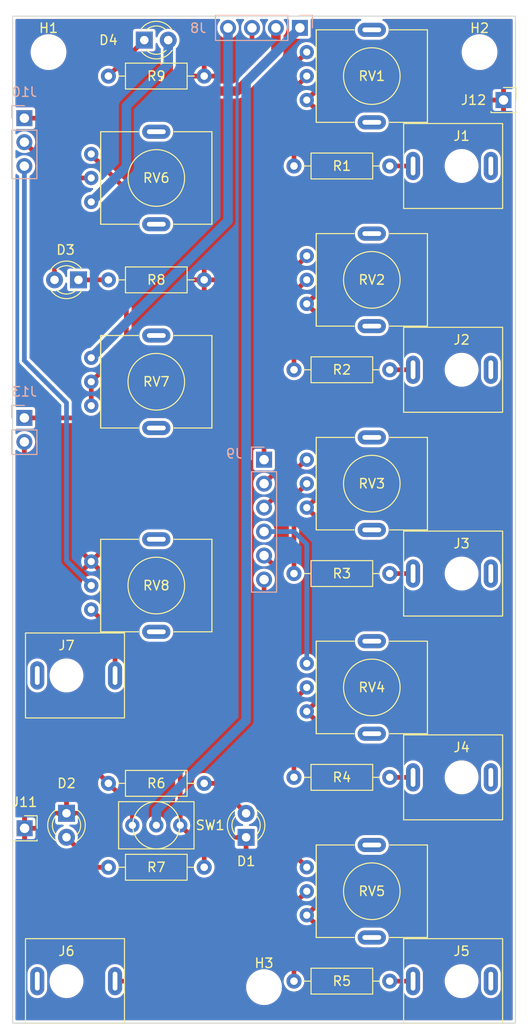
<source format=kicad_pcb>
(kicad_pcb (version 20211014) (generator pcbnew)
  (layers (0 "F.Cu" signal) (31 "B.Cu" signal) (34 "B.Paste" user) (35 "F.Paste" user) (36 "B.SilkS" user "B.Silkscreen") (37 "F.SilkS" user "F.Silkscreen") (38 "B.Mask" user) (39 "F.Mask" user) (44 "Edge.Cuts" user))
  (net 0 "")
  (net 1 "+12V")
  (net 2 "GNDD")
  (net 3 "-12V")
  (net 5 "Net-(J1-Pad2)")
  (net 7 "Net-(J2-Pad2)")
  (net 8 "Net-(J3-Pad2)")
  (net 9 "Net-(J4-Pad2)")
  (net 12 "LFO_mod")
  (net 13 "Manual_mod")
  (net 14 "Net-(R1-Pad1)")
  (net 15 "Net-(R2-Pad1)")
  (net 16 "LFO")
  (net 17 "Net-(R4-Pad1)")
  (net 18 "VCO")
  (net 19 "+5V")
  (net 20 "Pulse")
  (net 21 "Ramp")
  (net 22 "Triangle")
  (net 23 "Square")
  (net 24 "Sine")
  (net 25 "Saw")
  (net 28 "Net-(J5-Pad2)")
  (net 29 "Net-(R5-Pad1)")
  (net 30 "Net-(RV6-Pad3)")
  (net 31 "Net-(J7-Pad2)")
  (net 32 "Net-(D3-Pad1)")
  (net 33 "Clipping")
  (net 34 "Net-(D1-Pad2)")
  (net 35 "Net-(D2-Pad2)")
  (net 36 "Net-(R3-Pad1)")
  (net 38 "Net-(D4-Pad1)")
  (footprint "Custom Footprints:PJ_301M_noGND" (layer "F.Cu") (at 47.625 59.055 90)
    (fp_text reference "J3" (at 3.175 0 180) (layer "F.SilkS"))
    (fp_text value "Out 3")
    (fp_rect (start -4.5 -6.15) (end 4.5 4.35) (layer "F.SilkS") (width 0.12) (fill none))
    (pad "" np_thru_hole circle locked (at 0 0 180) (size 3 3) (drill 3) (layers *.Cu *.Mask))
    (pad "2" thru_hole oval locked (at 0 -5.15 180) (size 1.5 3) (drill oval 0.5 2) (layers *.Cu *.Mask) (net 8 "Net-(J3-Pad2)"))
    (pad "3" thru_hole oval locked (at 0 3.1 180) (size 1.5 3) (drill oval 0.5 2) (layers *.Cu *.Mask))
  )
  (footprint "Custom Footprints:PJ_301M_noGND" (layer "F.Cu") (at 5.715 69.85 -90)
    (fp_text reference "J7" (at -3.175 0 180) (layer "F.SilkS"))
    (fp_text value "Freq LFO")
    (fp_rect (start -4.5 -6.15) (end 4.5 4.35) (layer "F.SilkS") (width 0.12) (fill none))
    (pad "" np_thru_hole circle locked (at 0 0) (size 3 3) (drill 3) (layers *.Cu *.Mask))
    (pad "2" thru_hole oval locked (at 0 -5.15) (size 1.5 3) (drill oval 0.5 2) (layers *.Cu *.Mask) (net 31 "Net-(J7-Pad2)"))
    (pad "3" thru_hole oval locked (at 0 3.1) (size 1.5 3) (drill oval 0.5 2) (layers *.Cu *.Mask))
  )
  (footprint "LED_THT:LED_D3.0mm_FlatTop" (layer "F.Cu") (at 24.765 87 90)
    (fp_text reference "D1" (at -2.535 0 180) (layer "F.SilkS"))
    (fp_text value "LFO mode")
    (fp_line (start -0.29 -1.236) (end -0.29 -1.08) (layer "F.SilkS") (width 0.12))
    (fp_line (start -0.29 1.08) (end -0.29 1.236) (layer "F.SilkS") (width 0.12))
    (fp_arc (start -0.29 -1.235516) (mid 1.366487 -1.987659) (end 2.942335 -1.078608) (layer "F.SilkS") (width 0.12))
    (fp_arc (start 2.942335 1.078608) (mid 1.366487 1.987659) (end -0.29 1.235516) (layer "F.SilkS") (width 0.12))
    (fp_arc (start 2.31113 1.079837) (mid 1.270117 1.5) (end 0.229039 1.08) (layer "F.SilkS") (width 0.12))
    (fp_arc (start 0.229039 -1.08) (mid 1.270117 -1.5) (end 2.31113 -1.079837) (layer "F.SilkS") (width 0.12))
    (pad "1" thru_hole rect locked (at 0 0 90) (size 1.8 1.8) (drill 0.9) (layers *.Cu *.Mask) (net 2 "GNDD"))
    (pad "2" thru_hole circle locked (at 2.54 0 90) (size 1.8 1.8) (drill 0.9) (layers *.Cu *.Mask) (net 34 "Net-(D1-Pad2)"))
  )
  (footprint "Custom Footprints:PJ_301M_noGND" (layer "F.Cu") (at 47.625 80.645 90)
    (fp_text reference "J4" (at 3.175 0 180) (layer "F.SilkS"))
    (fp_text value "Out 4")
    (fp_rect (start -4.5 -6.15) (end 4.5 4.35) (layer "F.SilkS") (width 0.12) (fill none))
    (pad "" np_thru_hole circle locked (at 0 0 180) (size 3 3) (drill 3) (layers *.Cu *.Mask))
    (pad "2" thru_hole oval locked (at 0 -5.15 180) (size 1.5 3) (drill oval 0.5 2) (layers *.Cu *.Mask) (net 9 "Net-(J4-Pad2)"))
    (pad "3" thru_hole oval locked (at 0 3.1 180) (size 1.5 3) (drill oval 0.5 2) (layers *.Cu *.Mask))
  )
  (footprint "Resistor_THT:R_Axial_DIN0207_L6.3mm_D2.5mm_P10.16mm_Horizontal" (layer "F.Cu") (at 29.845 15.875)
    (fp_text reference "R1" (at 5.08 0) (layer "F.SilkS"))
    (fp_text value "1k")
    (fp_line (start 9.12 0) (end 8.35 0) (layer "F.SilkS") (width 0.12))
    (fp_line (start 8.35 -1.37) (end 1.81 -1.37) (layer "F.SilkS") (width 0.12))
    (fp_line (start 1.81 1.37) (end 8.35 1.37) (layer "F.SilkS") (width 0.12))
    (fp_line (start 1.04 0) (end 1.81 0) (layer "F.SilkS") (width 0.12))
    (fp_line (start 1.81 -1.37) (end 1.81 1.37) (layer "F.SilkS") (width 0.12))
    (fp_line (start 8.35 1.37) (end 8.35 -1.37) (layer "F.SilkS") (width 0.12))
    (pad "1" thru_hole circle locked (at 0 0) (size 1.6 1.6) (drill 0.8) (layers *.Cu *.Mask) (net 14 "Net-(R1-Pad1)"))
    (pad "2" thru_hole oval locked (at 10.16 0) (size 1.6 1.6) (drill 0.8) (layers *.Cu *.Mask) (net 5 "Net-(J1-Pad2)"))
  )
  (footprint "Resistor_THT:R_Axial_DIN0207_L6.3mm_D2.5mm_P10.16mm_Horizontal" (layer "F.Cu") (at 29.845 102.235)
    (fp_text reference "R5" (at 5.08 0) (layer "F.SilkS"))
    (fp_text value "1k")
    (fp_line (start 8.35 1.37) (end 8.35 -1.37) (layer "F.SilkS") (width 0.12))
    (fp_line (start 1.81 1.37) (end 8.35 1.37) (layer "F.SilkS") (width 0.12))
    (fp_line (start 9.12 0) (end 8.35 0) (layer "F.SilkS") (width 0.12))
    (fp_line (start 1.04 0) (end 1.81 0) (layer "F.SilkS") (width 0.12))
    (fp_line (start 1.81 -1.37) (end 1.81 1.37) (layer "F.SilkS") (width 0.12))
    (fp_line (start 8.35 -1.37) (end 1.81 -1.37) (layer "F.SilkS") (width 0.12))
    (pad "1" thru_hole circle locked (at 0 0) (size 1.6 1.6) (drill 0.8) (layers *.Cu *.Mask) (net 29 "Net-(R5-Pad1)"))
    (pad "2" thru_hole oval locked (at 10.16 0) (size 1.6 1.6) (drill 0.8) (layers *.Cu *.Mask) (net 28 "Net-(J5-Pad2)"))
  )
  (footprint "Resistor_THT:R_Axial_DIN0207_L6.3mm_D2.5mm_P10.16mm_Horizontal" (layer "F.Cu") (at 20.32 90.17 180)
    (fp_text reference "R7" (at 5.08 0) (layer "F.SilkS"))
    (fp_text value "220R")
    (fp_line (start 8.35 -1.37) (end 1.81 -1.37) (layer "F.SilkS") (width 0.12))
    (fp_line (start 1.81 1.37) (end 8.35 1.37) (layer "F.SilkS") (width 0.12))
    (fp_line (start 1.81 -1.37) (end 1.81 1.37) (layer "F.SilkS") (width 0.12))
    (fp_line (start 9.12 0) (end 8.35 0) (layer "F.SilkS") (width 0.12))
    (fp_line (start 1.04 0) (end 1.81 0) (layer "F.SilkS") (width 0.12))
    (fp_line (start 8.35 1.37) (end 8.35 -1.37) (layer "F.SilkS") (width 0.12))
    (pad "1" thru_hole circle locked (at 0 0 180) (size 1.6 1.6) (drill 0.8) (layers *.Cu *.Mask) (net 18 "VCO"))
    (pad "2" thru_hole oval locked (at 10.16 0 180) (size 1.6 1.6) (drill 0.8) (layers *.Cu *.Mask) (net 35 "Net-(D2-Pad2)"))
  )
  (footprint "Custom Footprints:PJ_301M_noGND" (layer "F.Cu") (at 5.715 102.235 -90)
    (fp_text reference "J6" (at -3.175 0 180) (layer "F.SilkS"))
    (fp_text value "Pulse Out")
    (fp_rect (start -4.5 -6.15) (end 4.5 4.35) (layer "F.SilkS") (width 0.12) (fill none))
    (pad "" np_thru_hole circle locked (at 0 0) (size 3 3) (drill 3) (layers *.Cu *.Mask))
    (pad "2" thru_hole oval locked (at 0 -5.15) (size 1.5 3) (drill oval 0.5 2) (layers *.Cu *.Mask) (net 20 "Pulse"))
    (pad "3" thru_hole oval locked (at 0 3.1) (size 1.5 3) (drill oval 0.5 2) (layers *.Cu *.Mask))
  )
  (footprint "Resistor_THT:R_Axial_DIN0207_L6.3mm_D2.5mm_P10.16mm_Horizontal" (layer "F.Cu") (at 10.16 6.35)
    (fp_text reference "R9" (at 5.08 0) (layer "F.SilkS"))
    (fp_text value "560R")
    (fp_line (start 9.12 0) (end 8.35 0) (layer "F.SilkS") (width 0.12))
    (fp_line (start 1.04 0) (end 1.81 0) (layer "F.SilkS") (width 0.12))
    (fp_line (start 1.81 1.37) (end 8.35 1.37) (layer "F.SilkS") (width 0.12))
    (fp_line (start 8.35 -1.37) (end 1.81 -1.37) (layer "F.SilkS") (width 0.12))
    (fp_line (start 1.81 -1.37) (end 1.81 1.37) (layer "F.SilkS") (width 0.12))
    (fp_line (start 8.35 1.37) (end 8.35 -1.37) (layer "F.SilkS") (width 0.12))
    (pad "1" thru_hole circle locked (at 0 0) (size 1.6 1.6) (drill 0.8) (layers *.Cu *.Mask) (net 38 "Net-(D4-Pad1)"))
    (pad "2" thru_hole oval locked (at 10.16 0) (size 1.6 1.6) (drill 0.8) (layers *.Cu *.Mask) (net 2 "GNDD"))
  )
  (footprint "Resistor_THT:R_Axial_DIN0207_L6.3mm_D2.5mm_P10.16mm_Horizontal" (layer "F.Cu") (at 10.16 27.94)
    (fp_text reference "R8" (at 5.08 0) (layer "F.SilkS"))
    (fp_text value "560R")
    (fp_line (start 8.35 1.37) (end 8.35 -1.37) (layer "F.SilkS") (width 0.12))
    (fp_line (start 8.35 -1.37) (end 1.81 -1.37) (layer "F.SilkS") (width 0.12))
    (fp_line (start 1.04 0) (end 1.81 0) (layer "F.SilkS") (width 0.12))
    (fp_line (start 9.12 0) (end 8.35 0) (layer "F.SilkS") (width 0.12))
    (fp_line (start 1.81 -1.37) (end 1.81 1.37) (layer "F.SilkS") (width 0.12))
    (fp_line (start 1.81 1.37) (end 8.35 1.37) (layer "F.SilkS") (width 0.12))
    (pad "1" thru_hole circle locked (at 0 0) (size 1.6 1.6) (drill 0.8) (layers *.Cu *.Mask) (net 32 "Net-(D3-Pad1)"))
    (pad "2" thru_hole oval locked (at 10.16 0) (size 1.6 1.6) (drill 0.8) (layers *.Cu *.Mask) (net 2 "GNDD"))
  )
  (footprint "MountingHole:MountingHole_3.2mm_M3" (layer "F.Cu") (at 3.81 3.81)
    (fp_text reference "H1" (at 0 -2.54) (layer "F.SilkS"))
    (fp_text value "MountingHole")
    (pad "" np_thru_hole circle locked (at 0 0) (size 3.2 3.2) (drill 3.2) (layers *.Cu *.Mask))
  )
  (footprint "Custom Footprints:RV-90 Potentiometer" (layer "F.Cu") (at 38.1 27.94 90)
    (fp_text reference "RV2" (at 0 0 180) (layer "F.SilkS"))
    (fp_text value "Volume 2-1k")
    (fp_line (start 4.9 5.9) (end 4.9 1.9) (layer "F.SilkS") (width 0.12))
    (fp_line (start -4.9 -5.9) (end 4.9 -5.9) (layer "F.SilkS") (width 0.12))
    (fp_line (start -4.9 -5.9) (end -4.9 -1.9) (layer "F.SilkS") (width 0.12))
    (fp_line (start 4.9 -5.9) (end 4.9 -1.9) (layer "F.SilkS") (width 0.12))
    (fp_line (start -4.9 5.9) (end 4.9 5.9) (layer "F.SilkS") (width 0.12))
    (fp_line (start -4.9 -5.9) (end 4.9 -5.9) (layer "F.SilkS") (width 0.12))
    (fp_line (start -4.9 5.9) (end 4.9 5.9) (layer "F.SilkS") (width 0.12))
    (fp_line (start -4.9 5.9) (end -4.9 1.9) (layer "F.SilkS") (width 0.12))
    (fp_circle (center 0 0) (end 0 3) (layer "F.SilkS") (width 0.12) (fill none))
    (pad "1" thru_hole circle (at -2.54 -6.9 90) (size 1.524 1.524) (drill 0.762) (layers *.Cu *.Mask) (net 2 "GNDD"))
    (pad "2" thru_hole circle (at 0 -6.9 90) (size 1.524 1.524) (drill 0.762) (layers *.Cu *.Mask) (net 15 "Net-(R2-Pad1)"))
    (pad "3" thru_hole circle (at 2.54 -6.9 90) (size 1.524 1.524) (drill 0.762) (layers *.Cu *.Mask) (net 22 "Triangle"))
    (pad "4" thru_hole oval (at 4.9 0 270) (size 1.5 3) (drill oval 0.5 2) (layers *.Cu *.Mask))
    (pad "4" thru_hole oval (at -4.9 0 270) (size 1.5 3) (drill oval 0.5 2) (layers *.Cu *.Mask))
  )
  (footprint "Custom Footprints:RV-90 Potentiometer" (layer "F.Cu") (at 38.1 49.53 90)
    (fp_text reference "RV3" (at 0 0 180) (layer "F.SilkS"))
    (fp_text value "Volume 3-1k")
    (fp_line (start 4.9 5.9) (end 4.9 1.9) (layer "F.SilkS") (width 0.12))
    (fp_line (start -4.9 -5.9) (end -4.9 -1.9) (layer "F.SilkS") (width 0.12))
    (fp_line (start -4.9 -5.9) (end 4.9 -5.9) (layer "F.SilkS") (width 0.12))
    (fp_line (start -4.9 5.9) (end 4.9 5.9) (layer "F.SilkS") (width 0.12))
    (fp_line (start 4.9 -5.9) (end 4.9 -1.9) (layer "F.SilkS") (width 0.12))
    (fp_line (start -4.9 5.9) (end -4.9 1.9) (layer "F.SilkS") (width 0.12))
    (fp_line (start -4.9 -5.9) (end 4.9 -5.9) (layer "F.SilkS") (width 0.12))
    (fp_line (start -4.9 5.9) (end 4.9 5.9) (layer "F.SilkS") (width 0.12))
    (fp_circle (center 0 0) (end 0 3) (layer "F.SilkS") (width 0.12) (fill none))
    (pad "1" thru_hole circle (at -2.54 -6.9 90) (size 1.524 1.524) (drill 0.762) (layers *.Cu *.Mask) (net 2 "GNDD"))
    (pad "2" thru_hole circle (at 0 -6.9 90) (size 1.524 1.524) (drill 0.762) (layers *.Cu *.Mask) (net 36 "Net-(R3-Pad1)"))
    (pad "3" thru_hole circle (at 2.54 -6.9 90) (size 1.524 1.524) (drill 0.762) (layers *.Cu *.Mask) (net 23 "Square"))
    (pad "4" thru_hole oval (at 4.9 0 270) (size 1.5 3) (drill oval 0.5 2) (layers *.Cu *.Mask))
    (pad "4" thru_hole oval (at -4.9 0 270) (size 1.5 3) (drill oval 0.5 2) (layers *.Cu *.Mask))
  )
  (footprint "Connector_PinSocket_2.54mm:PinSocket_1x01_P2.54mm_Vertical" (layer "F.Cu") (at 52.07 8.89)
    (fp_text reference "J12" (at -3.175 0) (layer "F.SilkS"))
    (fp_text value "gnd")
    (fp_line (start 1.33 -1.33) (end 1.33 0) (layer "F.SilkS") (width 0.12))
    (fp_line (start -1.33 1.33) (end 1.33 1.33) (layer "F.SilkS") (width 0.12))
    (fp_line (start -1.33 1.21) (end -1.33 1.33) (layer "F.SilkS") (width 0.12))
    (fp_line (start 1.33 1.21) (end 1.33 1.33) (layer "F.SilkS") (width 0.12))
    (fp_line (start 0 -1.33) (end 1.33 -1.33) (layer "F.SilkS") (width 0.12))
    (pad "1" thru_hole rect locked (at 0 0) (size 1.7 1.7) (drill 1) (layers *.Cu *.Mask) (net 2 "GNDD"))
  )
  (footprint "Custom Footprints:SPDT Switch" (layer "F.Cu") (at 15.24 85.725 -90)
    (fp_text reference "SW1" (at 0 -5.715 unlocked) (layer "F.SilkS"))
    (fp_text value "Mode")
    (fp_rect (start 2.5 -4) (end -2.5 4) (layer "F.SilkS") (width 0.12) (fill none))
    (fp_circle (center 0 0) (end 2.5 0) (layer "F.SilkS") (width 0.12) (fill none))
    (pad "1" thru_hole circle locked (at 0 -2.54 270) (size 1.524 1.524) (drill 0.762) (layers *.Cu *.Mask) (net 18 "VCO"))
    (pad "2" thru_hole circle locked (at 0 0 270) (size 1.524 1.524) (drill 0.762) (layers *.Cu *.Mask) (net 19 "+5V"))
    (pad "3" thru_hole circle locked (at 0 2.54 270) (size 1.524 1.524) (drill 0.762) (layers *.Cu *.Mask) (net 16 "LFO"))
  )
  (footprint "Custom Footprints:PJ_301M_noGND" (layer "F.Cu") (at 47.625 37.465 90)
    (fp_text reference "J2" (at 3.175 0 180) (layer "F.SilkS"))
    (fp_text value "Out 2")
    (fp_rect (start -4.5 -6.15) (end 4.5 4.35) (layer "F.SilkS") (width 0.12) (fill none))
    (pad "" np_thru_hole circle locked (at 0 0 180) (size 3 3) (drill 3) (layers *.Cu *.Mask))
    (pad "2" thru_hole oval locked (at 0 -5.15 180) (size 1.5 3) (drill oval 0.5 2) (layers *.Cu *.Mask) (net 7 "Net-(J2-Pad2)"))
    (pad "3" thru_hole oval locked (at 0 3.1 180) (size 1.5 3) (drill oval 0.5 2) (layers *.Cu *.Mask))
  )
  (footprint "Custom Footprints:PJ_301M_noGND" (layer "F.Cu") (at 47.625 15.875 90)
    (fp_text reference "J1" (at 3.175 0 180) (layer "F.SilkS"))
    (fp_text value "Out 1")
    (fp_rect (start -4.5 -6.15) (end 4.5 4.35) (layer "F.SilkS") (width 0.12) (fill none))
    (pad "" np_thru_hole circle locked (at 0 0 180) (size 3 3) (drill 3) (layers *.Cu *.Mask))
    (pad "2" thru_hole oval locked (at 0 -5.15 180) (size 1.5 3) (drill oval 0.5 2) (layers *.Cu *.Mask) (net 5 "Net-(J1-Pad2)"))
    (pad "3" thru_hole oval locked (at 0 3.1 180) (size 1.5 3) (drill oval 0.5 2) (layers *.Cu *.Mask))
  )
  (footprint "Resistor_THT:R_Axial_DIN0207_L6.3mm_D2.5mm_P10.16mm_Horizontal" (layer "F.Cu") (at 29.845 37.465)
    (fp_text reference "R2" (at 5.08 0) (layer "F.SilkS"))
    (fp_text value "1k")
    (fp_line (start 1.81 -1.37) (end 1.81 1.37) (layer "F.SilkS") (width 0.12))
    (fp_line (start 9.12 0) (end 8.35 0) (layer "F.SilkS") (width 0.12))
    (fp_line (start 1.04 0) (end 1.81 0) (layer "F.SilkS") (width 0.12))
    (fp_line (start 1.81 1.37) (end 8.35 1.37) (layer "F.SilkS") (width 0.12))
    (fp_line (start 8.35 -1.37) (end 1.81 -1.37) (layer "F.SilkS") (width 0.12))
    (fp_line (start 8.35 1.37) (end 8.35 -1.37) (layer "F.SilkS") (width 0.12))
    (pad "1" thru_hole circle locked (at 0 0) (size 1.6 1.6) (drill 0.8) (layers *.Cu *.Mask) (net 15 "Net-(R2-Pad1)"))
    (pad "2" thru_hole oval locked (at 10.16 0) (size 1.6 1.6) (drill 0.8) (layers *.Cu *.Mask) (net 7 "Net-(J2-Pad2)"))
  )
  (footprint "Custom Footprints:RV-90 Potentiometer" (layer "F.Cu") (at 15.24 17.145 90)
    (fp_text reference "RV6" (at 0 0 180) (layer "F.SilkS"))
    (fp_text value "10k-Coarse")
    (fp_line (start -4.9 -5.9) (end 4.9 -5.9) (layer "F.SilkS") (width 0.12))
    (fp_line (start -4.9 -5.9) (end 4.9 -5.9) (layer "F.SilkS") (width 0.12))
    (fp_line (start -4.9 5.9) (end -4.9 1.9) (layer "F.SilkS") (width 0.12))
    (fp_line (start 4.9 5.9) (end 4.9 1.9) (layer "F.SilkS") (width 0.12))
    (fp_line (start -4.9 5.9) (end 4.9 5.9) (layer "F.SilkS") (width 0.12))
    (fp_line (start 4.9 -5.9) (end 4.9 -1.9) (layer "F.SilkS") (width 0.12))
    (fp_line (start -4.9 -5.9) (end -4.9 -1.9) (layer "F.SilkS") (width 0.12))
    (fp_line (start -4.9 5.9) (end 4.9 5.9) (layer "F.SilkS") (width 0.12))
    (fp_circle (center 0 0) (end 0 3) (layer "F.SilkS") (width 0.12) (fill none))
    (pad "1" thru_hole circle (at -2.54 -6.9 90) (size 1.524 1.524) (drill 0.762) (layers *.Cu *.Mask) (net 1 "+12V"))
    (pad "2" thru_hole circle (at 0 -6.9 90) (size 1.524 1.524) (drill 0.762) (layers *.Cu *.Mask) (net 13 "Manual_mod"))
    (pad "3" thru_hole circle (at 2.54 -6.9 90) (size 1.524 1.524) (drill 0.762) (layers *.Cu *.Mask) (net 30 "Net-(RV6-Pad3)"))
    (pad "4" thru_hole oval (at -4.9 0 270) (size 1.5 3) (drill oval 0.5 2) (layers *.Cu *.Mask))
    (pad "4" thru_hole oval (at 4.9 0 270) (size 1.5 3) (drill oval 0.5 2) (layers *.Cu *.Mask))
  )
  (footprint "Custom Footprints:RV-90 Potentiometer" (layer "F.Cu") (at 38.1 92.71 90)
    (fp_text reference "RV5" (at 0 0 180) (layer "F.SilkS"))
    (fp_text value "Volume 5-1k")
    (fp_line (start 4.9 -5.9) (end 4.9 -1.9) (layer "F.SilkS") (width 0.12))
    (fp_line (start -4.9 5.9) (end 4.9 5.9) (layer "F.SilkS") (width 0.12))
    (fp_line (start -4.9 -5.9) (end -4.9 -1.9) (layer "F.SilkS") (width 0.12))
    (fp_line (start -4.9 -5.9) (end 4.9 -5.9) (layer "F.SilkS") (width 0.12))
    (fp_line (start -4.9 -5.9) (end 4.9 -5.9) (layer "F.SilkS") (width 0.12))
    (fp_line (start -4.9 5.9) (end -4.9 1.9) (layer "F.SilkS") (width 0.12))
    (fp_line (start 4.9 5.9) (end 4.9 1.9) (layer "F.SilkS") (width 0.12))
    (fp_line (start -4.9 5.9) (end 4.9 5.9) (layer "F.SilkS") (width 0.12))
    (fp_circle (center 0 0) (end 0 3) (layer "F.SilkS") (width 0.12) (fill none))
    (pad "1" thru_hole circle (at -2.54 -6.9 90) (size 1.524 1.524) (drill 0.762) (layers *.Cu *.Mask) (net 2 "GNDD"))
    (pad "2" thru_hole circle (at 0 -6.9 90) (size 1.524 1.524) (drill 0.762) (layers *.Cu *.Mask) (net 29 "Net-(R5-Pad1)"))
    (pad "3" thru_hole circle (at 2.54 -6.9 90) (size 1.524 1.524) (drill 0.762) (layers *.Cu *.Mask) (net 25 "Saw"))
    (pad "4" thru_hole oval (at 4.9 0 270) (size 1.5 3) (drill oval 0.5 2) (layers *.Cu *.Mask))
    (pad "4" thru_hole oval (at -4.9 0 270) (size 1.5 3) (drill oval 0.5 2) (layers *.Cu *.Mask))
  )
  (footprint "Resistor_THT:R_Axial_DIN0207_L6.3mm_D2.5mm_P10.16mm_Horizontal" (layer "F.Cu") (at 29.845 59.055)
    (fp_text reference "R3" (at 5.08 0) (layer "F.SilkS"))
    (fp_text value "1k")
    (fp_line (start 8.35 1.37) (end 8.35 -1.37) (layer "F.SilkS") (width 0.12))
    (fp_line (start 1.81 -1.37) (end 1.81 1.37) (layer "F.SilkS") (width 0.12))
    (fp_line (start 1.04 0) (end 1.81 0) (layer "F.SilkS") (width 0.12))
    (fp_line (start 8.35 -1.37) (end 1.81 -1.37) (layer "F.SilkS") (width 0.12))
    (fp_line (start 1.81 1.37) (end 8.35 1.37) (layer "F.SilkS") (width 0.12))
    (fp_line (start 9.12 0) (end 8.35 0) (layer "F.SilkS") (width 0.12))
    (pad "1" thru_hole circle locked (at 0 0) (size 1.6 1.6) (drill 0.8) (layers *.Cu *.Mask) (net 36 "Net-(R3-Pad1)"))
    (pad "2" thru_hole oval locked (at 10.16 0) (size 1.6 1.6) (drill 0.8) (layers *.Cu *.Mask) (net 8 "Net-(J3-Pad2)"))
  )
  (footprint "LED_THT:LED_D3.0mm_FlatTop" (layer "F.Cu") (at 5.715 84.45 -90)
    (fp_text reference "D2" (at -3.17 0 180) (layer "F.SilkS"))
    (fp_text value "VCO mode")
    (fp_line (start -0.29 -1.236) (end -0.29 -1.08) (layer "F.SilkS") (width 0.12))
    (fp_line (start -0.29 1.08) (end -0.29 1.236) (layer "F.SilkS") (width 0.12))
    (fp_arc (start 2.942335 1.078608) (mid 1.366487 1.987659) (end -0.29 1.235516) (layer "F.SilkS") (width 0.12))
    (fp_arc (start -0.29 -1.235516) (mid 1.366487 -1.987659) (end 2.942335 -1.078608) (layer "F.SilkS") (width 0.12))
    (fp_arc (start 2.31113 1.079837) (mid 1.270117 1.5) (end 0.229039 1.08) (layer "F.SilkS") (width 0.12))
    (fp_arc (start 0.229039 -1.08) (mid 1.270117 -1.5) (end 2.31113 -1.079837) (layer "F.SilkS") (width 0.12))
    (pad "1" thru_hole rect locked (at 0 0 270) (size 1.8 1.8) (drill 0.9) (layers *.Cu *.Mask) (net 2 "GNDD"))
    (pad "2" thru_hole circle locked (at 2.54 0 270) (size 1.8 1.8) (drill 0.9) (layers *.Cu *.Mask) (net 35 "Net-(D2-Pad2)"))
  )
  (footprint "Custom Footprints:RV-90 Potentiometer" (layer "F.Cu") (at 15.24 60.325 90)
    (fp_text reference "RV8" (at 0 0 180) (layer "F.SilkS"))
    (fp_text value "1k-Volume")
    (fp_line (start 4.9 5.9) (end 4.9 1.9) (layer "F.SilkS") (width 0.12))
    (fp_line (start 4.9 -5.9) (end 4.9 -1.9) (layer "F.SilkS") (width 0.12))
    (fp_line (start -4.9 5.9) (end 4.9 5.9) (layer "F.SilkS") (width 0.12))
    (fp_line (start -4.9 5.9) (end -4.9 1.9) (layer "F.SilkS") (width 0.12))
    (fp_line (start -4.9 -5.9) (end -4.9 -1.9) (layer "F.SilkS") (width 0.12))
    (fp_line (start -4.9 5.9) (end 4.9 5.9) (layer "F.SilkS") (width 0.12))
    (fp_line (start -4.9 -5.9) (end 4.9 -5.9) (layer "F.SilkS") (width 0.12))
    (fp_line (start -4.9 -5.9) (end 4.9 -5.9) (layer "F.SilkS") (width 0.12))
    (fp_circle (center 0 0) (end 0 3) (layer "F.SilkS") (width 0.12) (fill none))
    (pad "1" thru_hole circle (at -2.54 -6.9 90) (size 1.524 1.524) (drill 0.762) (layers *.Cu *.Mask) (net 31 "Net-(J7-Pad2)"))
    (pad "2" thru_hole circle (at 0 -6.9 90) (size 1.524 1.524) (drill 0.762) (layers *.Cu *.Mask) (net 12 "LFO_mod"))
    (pad "3" thru_hole circle (at 2.54 -6.9 90) (size 1.524 1.524) (drill 0.762) (layers *.Cu *.Mask) (net 2 "GNDD"))
    (pad "4" thru_hole oval (at -4.9 0 270) (size 1.5 3) (drill oval 0.5 2) (layers *.Cu *.Mask))
    (pad "4" thru_hole oval (at 4.9 0 270) (size 1.5 3) (drill oval 0.5 2) (layers *.Cu *.Mask))
  )
  (footprint "Resistor_THT:R_Axial_DIN0207_L6.3mm_D2.5mm_P10.16mm_Horizontal" (layer "F.Cu") (at 10.16 81.28)
    (fp_text reference "R6" (at 5.08 0) (layer "F.SilkS"))
    (fp_text value "220R")
    (fp_line (start 1.04 0) (end 1.81 0) (layer "F.SilkS") (width 0.12))
    (fp_line (start 1.81 1.37) (end 8.35 1.37) (layer "F.SilkS") (width 0.12))
    (fp_line (start 1.81 -1.37) (end 1.81 1.37) (layer "F.SilkS") (width 0.12))
    (fp_line (start 9.12 0) (end 8.35 0) (layer "F.SilkS") (width 0.12))
    (fp_line (start 8.35 -1.37) (end 1.81 -1.37) (layer "F.SilkS") (width 0.12))
    (fp_line (start 8.35 1.37) (end 8.35 -1.37) (layer "F.SilkS") (width 0.12))
    (pad "1" thru_hole circle locked (at 0 0) (size 1.6 1.6) (drill 0.8) (layers *.Cu *.Mask) (net 16 "LFO"))
    (pad "2" thru_hole oval locked (at 10.16 0) (size 1.6 1.6) (drill 0.8) (layers *.Cu *.Mask) (net 34 "Net-(D1-Pad2)"))
  )
  (footprint "Custom Footprints:PJ_301M_noGND" (layer "F.Cu") (at 47.625 102.235 90)
    (fp_text reference "J5" (at 3.175 0 180) (layer "F.SilkS"))
    (fp_text value "Out 5")
    (fp_rect (start -4.5 -6.15) (end 4.5 4.35) (layer "F.SilkS") (width 0.12) (fill none))
    (pad "" np_thru_hole circle locked (at 0 0 180) (size 3 3) (drill 3) (layers *.Cu *.Mask))
    (pad "2" thru_hole oval locked (at 0 -5.15 180) (size 1.5 3) (drill oval 0.5 2) (layers *.Cu *.Mask) (net 28 "Net-(J5-Pad2)"))
    (pad "3" thru_hole oval locked (at 0 3.1 180) (size 1.5 3) (drill oval 0.5 2) (layers *.Cu *.Mask))
  )
  (footprint "LED_THT:LED_D3.0mm_FlatTop" (layer "F.Cu") (at 13.965 2.54)
    (fp_text reference "D4" (at -3.805 0) (layer "F.SilkS"))
    (fp_text value "Power")
    (fp_line (start -0.29 1.08) (end -0.29 1.236) (layer "F.SilkS") (width 0.12))
    (fp_line (start -0.29 -1.236) (end -0.29 -1.08) (layer "F.SilkS") (width 0.12))
    (fp_arc (start -0.29 -1.235516) (mid 1.366487 -1.987659) (end 2.942335 -1.078608) (layer "F.SilkS") (width 0.12))
    (fp_arc (start 2.31113 1.079837) (mid 1.270117 1.5) (end 0.229039 1.08) (layer "F.SilkS") (width 0.12))
    (fp_arc (start 0.229039 -1.08) (mid 1.270117 -1.5) (end 2.31113 -1.079837) (layer "F.SilkS") (width 0.12))
    (fp_arc (start 2.942335 1.078608) (mid 1.366487 1.987659) (end -0.29 1.235516) (layer "F.SilkS") (width 0.12))
    (pad "1" thru_hole rect locked (at 0 0) (size 1.8 1.8) (drill 0.9) (layers *.Cu *.Mask) (net 38 "Net-(D4-Pad1)"))
    (pad "2" thru_hole circle locked (at 2.54 0) (size 1.8 1.8) (drill 0.9) (layers *.Cu *.Mask) (net 1 "+12V"))
  )
  (footprint "Connector_PinSocket_2.54mm:PinSocket_1x01_P2.54mm_Vertical" (layer "F.Cu") (at 1.27 86.0425)
    (fp_text reference "J11" (at 0 -2.77) (layer "F.SilkS"))
    (fp_text value "gnd")
    (fp_line (start 1.33 -1.33) (end 1.33 0) (layer "F.SilkS") (width 0.12))
    (fp_line (start 0 -1.33) (end 1.33 -1.33) (layer "F.SilkS") (width 0.12))
    (fp_line (start -1.33 1.21) (end -1.33 1.33) (layer "F.SilkS") (width 0.12))
    (fp_line (start -1.33 1.33) (end 1.33 1.33) (layer "F.SilkS") (width 0.12))
    (fp_line (start 1.33 1.21) (end 1.33 1.33) (layer "F.SilkS") (width 0.12))
    (pad "1" thru_hole rect locked (at 0 0) (size 1.7 1.7) (drill 1) (layers *.Cu *.Mask) (net 2 "GNDD"))
  )
  (footprint "MountingHole:MountingHole_3.2mm_M3" (layer "F.Cu") (at 26.67 102.87)
    (fp_text reference "H3" (at 0 -2.54) (layer "F.SilkS"))
    (fp_text value "MountingHole")
    (pad "" np_thru_hole circle locked (at 0 0) (size 3.2 3.2) (drill 3.2) (layers *.Cu *.Mask))
  )
  (footprint "Custom Footprints:RV-90 Potentiometer" (layer "F.Cu") (at 38.1 6.35 90)
    (fp_text reference "RV1" (at 0 0 180) (layer "F.SilkS"))
    (fp_text value "Volume 1-1k")
    (fp_line (start -4.9 -5.9) (end 4.9 -5.9) (layer "F.SilkS") (width 0.12))
    (fp_line (start -4.9 5.9) (end 4.9 5.9) (layer "F.SilkS") (width 0.12))
    (fp_line (start -4.9 -5.9) (end 4.9 -5.9) (layer "F.SilkS") (width 0.12))
    (fp_line (start -4.9 5.9) (end -4.9 1.9) (layer "F.SilkS") (width 0.12))
    (fp_line (start 4.9 -5.9) (end 4.9 -1.9) (layer "F.SilkS") (width 0.12))
    (fp_line (start -4.9 5.9) (end 4.9 5.9) (layer "F.SilkS") (width 0.12))
    (fp_line (start 4.9 5.9) (end 4.9 1.9) (layer "F.SilkS") (width 0.12))
    (fp_line (start -4.9 -5.9) (end -4.9 -1.9) (layer "F.SilkS") (width 0.12))
    (fp_circle (center 0 0) (end 0 3) (layer "F.SilkS") (width 0.12) (fill none))
    (pad "1" thru_hole circle (at -2.54 -6.9 90) (size 1.524 1.524) (drill 0.762) (layers *.Cu *.Mask) (net 2 "GNDD"))
    (pad "2" thru_hole circle (at 0 -6.9 90) (size 1.524 1.524) (drill 0.762) (layers *.Cu *.Mask) (net 14 "Net-(R1-Pad1)"))
    (pad "3" thru_hole circle (at 2.54 -6.9 90) (size 1.524 1.524) (drill 0.762) (layers *.Cu *.Mask) (net 24 "Sine"))
    (pad "4" thru_hole oval (at -4.9 0 270) (size 1.5 3) (drill oval 0.5 2) (layers *.Cu *.Mask))
    (pad "4" thru_hole oval (at 4.9 0 270) (size 1.5 3) (drill oval 0.5 2) (layers *.Cu *.Mask))
  )
  (footprint "Resistor_THT:R_Axial_DIN0207_L6.3mm_D2.5mm_P10.16mm_Horizontal" (layer "F.Cu") (at 29.845 80.645)
    (fp_text reference "R4" (at 5.08 0) (layer "F.SilkS"))
    (fp_text value "1k")
    (fp_line (start 1.81 -1.37) (end 1.81 1.37) (layer "F.SilkS") (width 0.12))
    (fp_line (start 8.35 1.37) (end 8.35 -1.37) (layer "F.SilkS") (width 0.12))
    (fp_line (start 1.81 1.37) (end 8.35 1.37) (layer "F.SilkS") (width 0.12))
    (fp_line (start 9.12 0) (end 8.35 0) (layer "F.SilkS") (width 0.12))
    (fp_line (start 1.04 0) (end 1.81 0) (layer "F.SilkS") (width 0.12))
    (fp_line (start 8.35 -1.37) (end 1.81 -1.37) (layer "F.SilkS") (width 0.12))
    (pad "1" thru_hole circle locked (at 0 0) (size 1.6 1.6) (drill 0.8) (layers *.Cu *.Mask) (net 17 "Net-(R4-Pad1)"))
    (pad "2" thru_hole oval locked (at 10.16 0) (size 1.6 1.6) (drill 0.8) (layers *.Cu *.Mask) (net 9 "Net-(J4-Pad2)"))
  )
  (footprint "Custom Footprints:RV-90 Potentiometer" (layer "F.Cu") (at 15.24 38.735 90)
    (fp_text reference "RV7" (at 0 0 180) (layer "F.SilkS"))
    (fp_text value "1k-Fine")
    (fp_line (start -4.9 5.9) (end -4.9 1.9) (layer "F.SilkS") (width 0.12))
    (fp_line (start -4.9 -5.9) (end -4.9 -1.9) (layer "F.SilkS") (width 0.12))
    (fp_line (start 4.9 5.9) (end 4.9 1.9) (layer "F.SilkS") (width 0.12))
    (fp_line (start -4.9 5.9) (end 4.9 5.9) (layer "F.SilkS") (width 0.12))
    (fp_line (start -4.9 -5.9) (end 4.9 -5.9) (layer "F.SilkS") (width 0.12))
    (fp_line (start 4.9 -5.9) (end 4.9 -1.9) (layer "F.SilkS") (width 0.12))
    (fp_line (start -4.9 -5.9) (end 4.9 -5.9) (layer "F.SilkS") (width 0.12))
    (fp_line (start -4.9 5.9) (end 4.9 5.9) (layer "F.SilkS") (width 0.12))
    (fp_circle (center 0 0) (end 0 3) (layer "F.SilkS") (width 0.12) (fill none))
    (pad "1" thru_hole circle (at -2.54 -6.9 90) (size 1.524 1.524) (drill 0.762) (layers *.Cu *.Mask) (net 30 "Net-(RV6-Pad3)"))
    (pad "2" thru_hole circle (at 0 -6.9 90) (size 1.524 1.524) (drill 0.762) (layers *.Cu *.Mask) (net 30 "Net-(RV6-Pad3)"))
    (pad "3" thru_hole circle (at 2.54 -6.9 90) (size 1.524 1.524) (drill 0.762) (layers *.Cu *.Mask) (net 3 "-12V"))
    (pad "4" thru_hole oval (at -4.9 0 270) (size 1.5 3) (drill oval 0.5 2) (layers *.Cu *.Mask))
    (pad "4" thru_hole oval (at 4.9 0 270) (size 1.5 3) (drill oval 0.5 2) (layers *.Cu *.Mask))
  )
  (footprint "MountingHole:MountingHole_3.2mm_M3" (layer "F.Cu") (at 49.53 3.81)
    (fp_text reference "H2" (at 0 -2.54) (layer "F.SilkS"))
    (fp_text value "MountingHole")
    (pad "" np_thru_hole circle locked (at 0 0) (size 3.2 3.2) (drill 3.2) (layers *.Cu *.Mask))
  )
  (footprint "LED_THT:LED_D3.0mm_FlatTop" (layer "F.Cu") (at 6.985 27.94 180)
    (fp_text reference "D3" (at 1.366487 3.175) (layer "F.SilkS"))
    (fp_text value "Clipping")
    (fp_line (start -0.29 -1.236) (end -0.29 -1.08) (layer "F.SilkS") (width 0.12))
    (fp_line (start -0.29 1.08) (end -0.29 1.236) (layer "F.SilkS") (width 0.12))
    (fp_arc (start 2.942335 1.078608) (mid 1.366487 1.987659) (end -0.29 1.235516) (layer "F.SilkS") (width 0.12))
    (fp_arc (start -0.29 -1.235516) (mid 1.366487 -1.987659) (end 2.942335 -1.078608) (layer "F.SilkS") (width 0.12))
    (fp_arc (start 0.229039 -1.08) (mid 1.270117 -1.5) (end 2.31113 -1.079837) (layer "F.SilkS") (width 0.12))
    (fp_arc (start 2.31113 1.079837) (mid 1.270117 1.5) (end 0.229039 1.08) (layer "F.SilkS") (width 0.12))
    (pad "1" thru_hole rect locked (at 0 0 180) (size 1.8 1.8) (drill 0.9) (layers *.Cu *.Mask) (net 32 "Net-(D3-Pad1)"))
    (pad "2" thru_hole circle locked (at 2.54 0 180) (size 1.8 1.8) (drill 0.9) (layers *.Cu *.Mask) (net 33 "Clipping"))
  )
  (footprint "Custom Footprints:RV-90 Potentiometer" (layer "F.Cu") (at 38.1 71.12 90)
    (fp_text reference "RV4" (at 0 0 180) (layer "F.SilkS"))
    (fp_text value "Volume 4-1k")
    (fp_line (start 4.9 -5.9) (end 4.9 -1.9) (layer "F.SilkS") (width 0.12))
    (fp_line (start -4.9 -5.9) (end 4.9 -5.9) (layer "F.SilkS") (width 0.12))
    (fp_line (start -4.9 -5.9) (end -4.9 -1.9) (layer "F.SilkS") (width 0.12))
    (fp_line (start -4.9 5.9) (end -4.9 1.9) (layer "F.SilkS") (width 0.12))
    (fp_line (start -4.9 -5.9) (end 4.9 -5.9) (layer "F.SilkS") (width 0.12))
    (fp_line (start 4.9 5.9) (end 4.9 1.9) (layer "F.SilkS") (width 0.12))
    (fp_line (start -4.9 5.9) (end 4.9 5.9) (layer "F.SilkS") (width 0.12))
    (fp_line (start -4.9 5.9) (end 4.9 5.9) (layer "F.SilkS") (width 0.12))
    (fp_circle (center 0 0) (end 0 3) (layer "F.SilkS") (width 0.12) (fill none))
    (pad "1" thru_hole circle (at -2.54 -6.9 90) (size 1.524 1.524) (drill 0.762) (layers *.Cu *.Mask) (net 2 "GNDD"))
    (pad "2" thru_hole circle (at 0 -6.9 90) (size 1.524 1.524) (drill 0.762) (layers *.Cu *.Mask) (net 17 "Net-(R4-Pad1)"))
    (pad "3" thru_hole circle (at 2.54 -6.9 90) (size 1.524 1.524) (drill 0.762) (layers *.Cu *.Mask) (net 21 "Ramp"))
    (pad "4" thru_hole oval (at -4.9 0 270) (size 1.5 3) (drill oval 0.5 2) (layers *.Cu *.Mask))
    (pad "4" thru_hole oval (at 4.9 0 270) (size 1.5 3) (drill oval 0.5 2) (layers *.Cu *.Mask))
  )
  (footprint "Connector_PinSocket_2.54mm:PinSocket_1x02_P2.54mm_Vertical" (layer "B.Cu") (at 1.245 42.565 180)
    (fp_text reference "J13" (at 0 2.77) (layer "B.SilkS") (effects (justify mirror)))
    (fp_text value "conn_mode")
    (fp_line (start 1.33 1.33) (end 1.33 0) (layer "B.SilkS") (width 0.12))
    (fp_line (start -1.33 -1.27) (end 1.33 -1.27) (layer "B.SilkS") (width 0.12))
    (fp_line (start 1.33 -1.27) (end 1.33 -3.87) (layer "B.SilkS") (width 0.12))
    (fp_line (start -1.33 -1.27) (end -1.33 -3.87) (layer "B.SilkS") (width 0.12))
    (fp_line (start 0 1.33) (end 1.33 1.33) (layer "B.SilkS") (width 0.12))
    (fp_line (start -1.33 -3.87) (end 1.33 -3.87) (layer "B.SilkS") (width 0.12))
    (pad "1" thru_hole rect locked (at 0 0 180) (size 1.7 1.7) (drill 1) (layers *.Cu *.Mask) (net 18 "VCO"))
    (pad "2" thru_hole oval locked (at 0 -2.54 180) (size 1.7 1.7) (drill 1) (layers *.Cu *.Mask) (net 16 "LFO"))
  )
  (footprint "Connector_PinSocket_2.54mm:PinSocket_1x04_P2.54mm_Vertical" (layer "B.Cu") (at 30.47 1.245 90)
    (fp_text reference "J8" (at -0.025 -10.785 180) (layer "B.SilkS") (effects (justify mirror)))
    (fp_text value "conn_power")
    (fp_line (start 1.33 -1.27) (end 1.33 -8.95) (layer "B.SilkS") (width 0.12))
    (fp_line (start -1.33 -1.27) (end -1.33 -8.95) (layer "B.SilkS") (width 0.12))
    (fp_line (start 0 1.33) (end 1.33 1.33) (layer "B.SilkS") (width 0.12))
    (fp_line (start 1.33 1.33) (end 1.33 0) (layer "B.SilkS") (width 0.12))
    (fp_line (start -1.33 -8.95) (end 1.33 -8.95) (layer "B.SilkS") (width 0.12))
    (fp_line (start -1.33 -1.27) (end 1.33 -1.27) (layer "B.SilkS") (width 0.12))
    (pad "1" thru_hole rect locked (at 0 0 90) (size 1.7 1.7) (drill 1) (layers *.Cu *.Mask) (net 19 "+5V"))
    (pad "2" thru_hole oval locked (at 0 -2.54 90) (size 1.7 1.7) (drill 1) (layers *.Cu *.Mask) (net 1 "+12V"))
    (pad "3" thru_hole oval locked (at 0 -5.08 90) (size 1.7 1.7) (drill 1) (layers *.Cu *.Mask) (net 2 "GNDD"))
    (pad "4" thru_hole oval locked (at 0 -7.62 90) (size 1.7 1.7) (drill 1) (layers *.Cu *.Mask) (net 3 "-12V"))
  )
  (footprint "Connector_PinSocket_2.54mm:PinSocket_1x06_P2.54mm_Vertical" (layer "B.Cu") (at 26.67 46.99 180)
    (fp_text reference "J9" (at 3.175 0.635) (layer "B.SilkS") (effects (justify mirror)))
    (fp_text value "conn_signals")
    (fp_line (start 0 1.33) (end 1.33 1.33) (layer "B.SilkS") (width 0.12))
    (fp_line (start -1.33 -1.27) (end -1.33 -14.03) (layer "B.SilkS") (width 0.12))
    (fp_line (start -1.33 -1.27) (end 1.33 -1.27) (layer "B.SilkS") (width 0.12))
    (fp_line (start 1.33 1.33) (end 1.33 0) (layer "B.SilkS") (width 0.12))
    (fp_line (start -1.33 -14.03) (end 1.33 -14.03) (layer "B.SilkS") (width 0.12))
    (fp_line (start 1.33 -1.27) (end 1.33 -14.03) (layer "B.SilkS") (width 0.12))
    (pad "1" thru_hole rect locked (at 0 0 180) (size 1.7 1.7) (drill 1) (layers *.Cu *.Mask) (net 24 "Sine"))
    (pad "2" thru_hole oval locked (at 0 -2.54 180) (size 1.7 1.7) (drill 1) (layers *.Cu *.Mask) (net 22 "Triangle"))
    (pad "3" thru_hole oval locked (at 0 -5.08 180) (size 1.7 1.7) (drill 1) (layers *.Cu *.Mask) (net 23 "Square"))
    (pad "4" thru_hole oval locked (at 0 -7.62 180) (size 1.7 1.7) (drill 1) (layers *.Cu *.Mask) (net 21 "Ramp"))
    (pad "5" thru_hole oval locked (at 0 -10.16 180) (size 1.7 1.7) (drill 1) (layers *.Cu *.Mask) (net 25 "Saw"))
    (pad "6" thru_hole oval locked (at 0 -12.7 180) (size 1.7 1.7) (drill 1) (layers *.Cu *.Mask) (net 20 "Pulse"))
  )
  (footprint "Connector_PinSocket_2.54mm:PinSocket_1x03_P2.54mm_Vertical" (layer "B.Cu") (at 1.245 10.81 180)
    (fp_text reference "J10" (at 0 2.77) (layer "B.SilkS") (effects (justify mirror)))
    (fp_text value "conn_modulation")
    (fp_line (start 1.33 -1.27) (end 1.33 -6.41) (layer "B.SilkS") (width 0.12))
    (fp_line (start -1.33 -6.41) (end 1.33 -6.41) (layer "B.SilkS") (width 0.12))
    (fp_line (start -1.33 -1.27) (end 1.33 -1.27) (layer "B.SilkS") (width 0.12))
    (fp_line (start 0 1.33) (end 1.33 1.33) (layer "B.SilkS") (width 0.12))
    (fp_line (start 1.33 1.33) (end 1.33 0) (layer "B.SilkS") (width 0.12))
    (fp_line (start -1.33 -1.27) (end -1.33 -6.41) (layer "B.SilkS") (width 0.12))
    (pad "1" thru_hole rect locked (at 0 0 180) (size 1.7 1.7) (drill 1) (layers *.Cu *.Mask) (net 13 "Manual_mod"))
    (pad "2" thru_hole oval locked (at 0 -2.54 180) (size 1.7 1.7) (drill 1) (layers *.Cu *.Mask) (net 33 "Clipping"))
    (pad "3" thru_hole oval locked (at 0 -5.08 180) (size 1.7 1.7) (drill 1) (layers *.Cu *.Mask) (net 12 "LFO_mod"))
  )
  (gr_rect (start 0 0) (end 53.34 106.68) (layer "Edge.Cuts") (width 0.1) (fill none))
  (segment (start 23.8125 7.9375) (end 17.78 7.9375) (width 1) (layer "F.Cu") (net 1))
  (segment (start 17.78 7.9375) (end 16.505 6.6625) (width 1) (layer "F.Cu") (net 1))
  (segment (start 27.93 1.245) (end 27.93 3.82) (width 1) (layer "F.Cu") (net 1))
  (segment (start 16.505 6.6625) (end 16.505 2.54) (width 1) (layer "F.Cu") (net 1))
  (segment (start 27.93 3.82) (end 23.8125 7.9375) (width 1) (layer "F.Cu") (net 1))
  (segment (start 12.065 9.525) (end 16.51 5.08) (width 1) (layer "B.Cu") (net 1))
  (segment (start 12.065 15.96) (end 12.065 9.525) (width 1) (layer "B.Cu") (net 1))
  (segment (start 16.51 5.08) (end 16.51 2.54) (width 1) (layer "B.Cu") (net 1))
  (segment (start 8.34 19.685) (end 12.065 15.96) (width 1) (layer "B.Cu") (net 1))
  (segment (start 22.85 21.685) (end 22.10875 22.42625) (width 1) (layer "B.Cu") (net 3))
  (segment (start 22.85 1.245) (end 22.85 21.685) (width 1) (layer "B.Cu") (net 3))
  (segment (start 22.10875 22.42625) (end 22.86 21.675) (width 1) (layer "B.Cu") (net 3))
  (segment (start 8.34 36.195) (end 22.10875 22.42625) (width 1) (layer "B.Cu") (net 3))
  (segment (start 40.005 15.875) (end 42.545 15.875) (width 0.5) (layer "F.Cu") (net 5))
  (segment (start 40.005 37.465) (end 42.545 37.465) (width 0.5) (layer "F.Cu") (net 7))
  (segment (start 40.005 59.055) (end 42.545 59.055) (width 0.5) (layer "F.Cu") (net 8))
  (segment (start 40.005 80.645) (end 42.545 80.645) (width 0.5) (layer "F.Cu") (net 9))
  (segment (start 1.245 36.4875) (end 1.245 15.89) (width 0.5) (layer "B.Cu") (net 12))
  (segment (start 5.715 57.7) (end 5.715 40.9575) (width 0.5) (layer "B.Cu") (net 12))
  (segment (start 8.34 60.325) (end 5.715 57.7) (width 0.5) (layer "B.Cu") (net 12))
  (segment (start 5.715 40.9575) (end 1.245 36.4875) (width 0.5) (layer "B.Cu") (net 12))
  (segment (start 2.8725 10.81) (end 4.445 12.3825) (width 0.5) (layer "F.Cu") (net 13))
  (segment (start 4.445 15.24) (end 6.35 17.145) (width 0.5) (layer "F.Cu") (net 13))
  (segment (start 1.245 10.81) (end 2.8725 10.81) (width 0.5) (layer "F.Cu") (net 13))
  (segment (start 4.445 12.3825) (end 4.445 15.24) (width 0.5) (layer "F.Cu") (net 13))
  (segment (start 6.35 17.145) (end 8.255 17.145) (width 0.5) (layer "F.Cu") (net 13))
  (segment (start 29.845 7.705) (end 29.845 15.875) (width 0.5) (layer "F.Cu") (net 14))
  (segment (start 31.2 6.35) (end 29.845 7.705) (width 0.5) (layer "F.Cu") (net 14))
  (segment (start 29.845 29.295) (end 29.845 37.465) (width 0.5) (layer "F.Cu") (net 15))
  (segment (start 31.2 27.94) (end 29.845 29.295) (width 0.5) (layer "F.Cu") (net 15))
  (segment (start 12.7 83.82) (end 10.16 81.28) (width 0.5) (layer "F.Cu") (net 16))
  (segment (start 1.245 45.105) (end 1.245 72.365) (width 0.5) (layer "F.Cu") (net 16))
  (segment (start 1.245 72.365) (end 10.16 81.28) (width 0.5) (layer "F.Cu") (net 16))
  (segment (start 12.7 85.725) (end 12.7 83.82) (width 0.5) (layer "F.Cu") (net 16))
  (segment (start 31.2 71.12) (end 29.845 72.475) (width 0.5) (layer "F.Cu") (net 17))
  (segment (start 29.845 72.475) (end 29.845 80.645) (width 0.5) (layer "F.Cu") (net 17))
  (segment (start 17.78 52.86375) (end 17.78 85.725) (width 0.5) (layer "F.Cu") (net 18))
  (segment (start 7.48125 42.565) (end 17.78 52.86375) (width 0.5) (layer "F.Cu") (net 18))
  (segment (start 20.32 88.265) (end 20.32 90.17) (width 0.5) (layer "F.Cu") (net 18))
  (segment (start 17.78 85.725) (end 20.32 88.265) (width 0.5) (layer "F.Cu") (net 18))
  (segment (start 1.245 42.565) (end 7.48125 42.565) (width 0.5) (layer "F.Cu") (net 18))
  (segment (start 15.24 84.1375) (end 15.24 85.725) (width 1) (layer "B.Cu") (net 19))
  (segment (start 24.765 6.985) (end 24.765 74.6125) (width 1) (layer "B.Cu") (net 19))
  (segment (start 30.47 1.245) (end 30.47 1.28) (width 1) (layer "B.Cu") (net 19))
  (segment (start 30.47 1.28) (end 24.765 6.985) (width 1) (layer "B.Cu") (net 19))
  (segment (start 24.765 74.6125) (end 15.24 84.1375) (width 1) (layer "B.Cu") (net 19))
  (segment (start 19.05 102.235) (end 26.67 94.615) (width 0.5) (layer "F.Cu") (net 20))
  (segment (start 10.865 102.235) (end 19.05 102.235) (width 0.5) (layer "F.Cu") (net 20))
  (segment (start 26.67 94.615) (end 26.67 59.69) (width 0.5) (layer "F.Cu") (net 20))
  (segment (start 31.2 68.58) (end 31.2 55.965) (width 0.5) (layer "B.Cu") (net 21))
  (segment (start 29.845 54.61) (end 26.67 54.61) (width 0.5) (layer "B.Cu") (net 21))
  (segment (start 31.2 55.965) (end 29.845 54.61) (width 0.5) (layer "B.Cu") (net 21))
  (segment (start 28.2575 47.9425) (end 26.67 49.53) (width 0.5) (layer "F.Cu") (net 22))
  (segment (start 31.2 25.4) (end 28.2575 28.3425) (width 0.5) (layer "F.Cu") (net 22))
  (segment (start 28.2575 28.3425) (end 28.2575 47.9425) (width 0.5) (layer "F.Cu") (net 22))
  (segment (start 29.21 48.895) (end 29.21 49.53) (width 0.5) (layer "F.Cu") (net 23))
  (segment (start 31.115 46.99) (end 29.21 48.895) (width 0.5) (layer "F.Cu") (net 23))
  (segment (start 29.21 49.53) (end 26.67 52.07) (width 0.5) (layer "F.Cu") (net 23))
  (segment (start 26.67 8.34) (end 26.67 46.99) (width 0.5) (layer "F.Cu") (net 24))
  (segment (start 31.2 3.81) (end 26.67 8.34) (width 0.5) (layer "F.Cu") (net 24))
  (segment (start 28.2575 87.2275) (end 28.2575 58.7375) (width 0.5) (layer "F.Cu") (net 25))
  (segment (start 28.2575 58.7375) (end 26.67 57.15) (width 0.5) (layer "F.Cu") (net 25))
  (segment (start 31.2 90.17) (end 28.2575 87.2275) (width 0.5) (layer "F.Cu") (net 25))
  (segment (start 40.005 102.235) (end 42.545 102.235) (width 0.5) (layer "F.Cu") (net 28))
  (segment (start 29.845 94.065) (end 29.845 102.235) (width 0.5) (layer "F.Cu") (net 29))
  (segment (start 31.2 92.71) (end 29.845 94.065) (width 0.5) (layer "F.Cu") (net 29))
  (segment (start 12.065 35.01) (end 12.065 18.415) (width 0.5) (layer "F.Cu") (net 30))
  (segment (start 8.34 38.735) (end 12.065 35.01) (width 0.5) (layer "F.Cu") (net 30))
  (segment (start 12.065 18.415) (end 8.255 14.605) (width 0.5) (layer "F.Cu") (net 30))
  (segment (start 8.34 38.735) (end 8.34 41.275) (width 0.5) (layer "F.Cu") (net 30))
  (segment (start 10.865 65.39) (end 10.865 65.97) (width 0.5) (layer "F.Cu") (net 31))
  (segment (start 10.865 69.85) (end 10.865 65.97) (width 0.5) (layer "F.Cu") (net 31))
  (segment (start 10.865 65.97) (end 10.865 65.475) (width 0.5) (layer "F.Cu") (net 31))
  (segment (start 8.34 62.865) (end 10.865 65.39) (width 0.5) (layer "F.Cu") (net 31))
  (segment (start 6.985 27.94) (end 10.16 27.94) (width 0.5) (layer "F.Cu") (net 32))
  (segment (start 1.245 13.35) (end 4.445 16.55) (width 0.5) (layer "F.Cu") (net 33))
  (segment (start 4.445 16.55) (end 4.445 27.94) (width 0.5) (layer "F.Cu") (net 33))
  (segment (start 21.59 81.28) (end 24.765 84.455) (width 0.5) (layer "F.Cu") (net 34))
  (segment (start 20.32 81.28) (end 21.59 81.28) (width 0.5) (layer "F.Cu") (net 34))
  (segment (start 8.89 90.17) (end 5.715 86.995) (width 0.5) (layer "F.Cu") (net 35))
  (segment (start 10.16 90.17) (end 8.89 90.17) (width 0.5) (layer "F.Cu") (net 35))
  (segment (start 29.845 50.885) (end 29.845 59.055) (width 0.5) (layer "F.Cu") (net 36))
  (segment (start 31.2 49.53) (end 29.845 50.885) (width 0.5) (layer "F.Cu") (net 36))
  (segment (start 10.16 6.35) (end 13.97 2.54) (width 0.5) (layer "F.Cu") (net 38))
  (zone (net 2) (net_name "GNDD") (layer "F.Cu") (connect_pads (clearance 0.3)) (min_thickness 0.2) (fill yes (thermal_gap 0.508) (thermal_bridge_width 0.508))
    (polygon (pts (xy 53.34 106.68) (xy 0 106.68) (xy 0 0) (xy 53.34 0)))
  )
  (zone (net 0) (net_name "") (layer "B.Cu") (connect_pads (clearance 0.3)) (min_thickness 0.2) (fill yes (thermal_gap 0.508) (thermal_bridge_width 0.508))
    (polygon (pts (xy 53.34 106.68) (xy 0 106.68) (xy 0 0) (xy 53.34 0)))
  )
)
</source>
